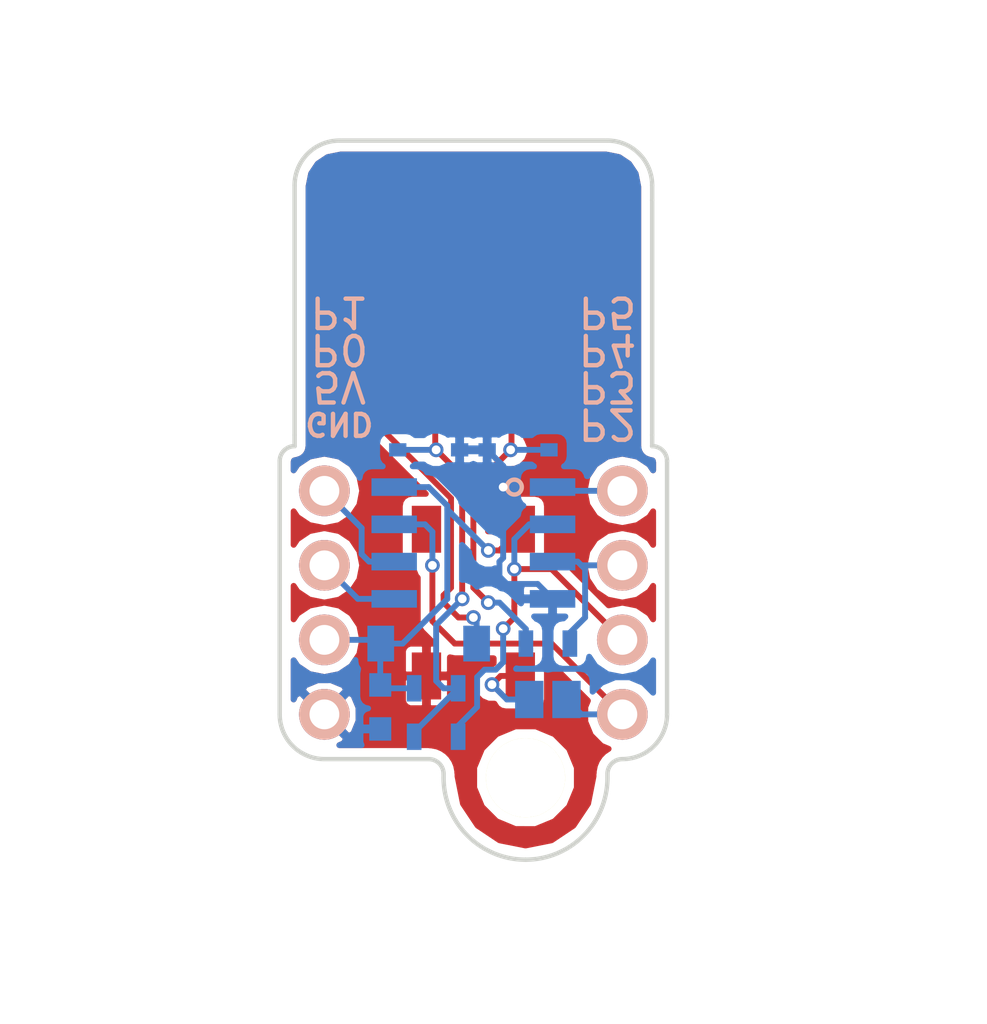
<source format=kicad_pcb>
(kicad_pcb (version 4) (host pcbnew 4.0.2-stable)

  (general
    (links 27)
    (no_connects 0)
    (area 154.610999 86.792999 167.969001 111.454001)
    (thickness 1.6)
    (drawings 36)
    (tracks 112)
    (zones 0)
    (modules 14)
    (nets 14)
  )

  (page A4)
  (title_block
    (title Skye)
    (rev 1.0)
  )

  (layers
    (0 F.Cu signal)
    (31 B.Cu signal)
    (32 B.Adhes user)
    (33 F.Adhes user)
    (34 B.Paste user)
    (35 F.Paste user)
    (36 B.SilkS user)
    (37 F.SilkS user)
    (38 B.Mask user)
    (39 F.Mask user)
    (40 Dwgs.User user)
    (41 Cmts.User user)
    (42 Eco1.User user)
    (43 Eco2.User user)
    (44 Edge.Cuts user)
    (45 Margin user)
    (46 B.CrtYd user)
    (47 F.CrtYd user)
    (48 B.Fab user)
    (49 F.Fab user)
  )

  (setup
    (last_trace_width 0.2)
    (trace_clearance 0.1524)
    (zone_clearance 0.3)
    (zone_45_only no)
    (trace_min 0.1524)
    (segment_width 0.2)
    (edge_width 0.15)
    (via_size 0.5)
    (via_drill 0.3)
    (via_min_size 0.5)
    (via_min_drill 0.3)
    (uvia_size 0.3)
    (uvia_drill 0.1)
    (uvias_allowed no)
    (uvia_min_size 0.2)
    (uvia_min_drill 0.1)
    (pcb_text_width 0.15)
    (pcb_text_size 1 1)
    (mod_edge_width 0.15)
    (mod_text_size 1 1)
    (mod_text_width 0.15)
    (pad_size 1.7272 1.7272)
    (pad_drill 1.016)
    (pad_to_mask_clearance 0.2)
    (aux_axis_origin 0 0)
    (visible_elements FFFFFF7F)
    (pcbplotparams
      (layerselection 0x010fc_80000001)
      (usegerberextensions false)
      (excludeedgelayer true)
      (linewidth 0.100000)
      (plotframeref false)
      (viasonmask false)
      (mode 1)
      (useauxorigin false)
      (hpglpennumber 1)
      (hpglpenspeed 20)
      (hpglpendiameter 15)
      (hpglpenoverlay 2)
      (psnegative false)
      (psa4output false)
      (plotreference true)
      (plotvalue true)
      (plotinvisibletext false)
      (padsonsilk false)
      (subtractmaskfromsilk false)
      (outputformat 1)
      (mirror false)
      (drillshape 0)
      (scaleselection 1)
      (outputdirectory gerber/))
  )

  (net 0 "")
  (net 1 +5V)
  (net 2 GND)
  (net 3 "Net-(D1-Pad2)")
  (net 4 "Net-(IC1-Pad1)")
  (net 5 "Net-(IC1-Pad2)")
  (net 6 "Net-(IC1-Pad3)")
  (net 7 "Net-(IC1-Pad5)")
  (net 8 "Net-(IC1-Pad6)")
  (net 9 "Net-(IC1-Pad7)")
  (net 10 "Net-(JP1-Pad2)")
  (net 11 "Net-(U1-Pad2)")
  (net 12 "Net-(D2-Pad1)")
  (net 13 "Net-(D3-Pad1)")

  (net_class Default "This is the default net class."
    (clearance 0.1524)
    (trace_width 0.2)
    (via_dia 0.5)
    (via_drill 0.3)
    (uvia_dia 0.3)
    (uvia_drill 0.1)
    (add_net +5V)
    (add_net GND)
    (add_net "Net-(D1-Pad2)")
    (add_net "Net-(D2-Pad1)")
    (add_net "Net-(D3-Pad1)")
    (add_net "Net-(IC1-Pad1)")
    (add_net "Net-(IC1-Pad2)")
    (add_net "Net-(IC1-Pad3)")
    (add_net "Net-(IC1-Pad5)")
    (add_net "Net-(IC1-Pad6)")
    (add_net "Net-(IC1-Pad7)")
    (add_net "Net-(JP1-Pad2)")
    (add_net "Net-(U1-Pad2)")
  )

  (module Diodes_SMD:SOD-323 (layer B.Cu) (tedit 577659ED) (tstamp 57723E54)
    (at 162.814 97.409 180)
    (descr SOD-323)
    (tags SOD-323)
    (path /57723E13)
    (attr smd)
    (fp_text reference D3 (at 0 1.524 180) (layer Dwgs.User)
      (effects (font (size 1 1) (thickness 0.15)))
    )
    (fp_text value 3V6 (at 0 0 180) (layer B.Fab)
      (effects (font (size 1 1) (thickness 0.15)) (justify mirror))
    )
    (fp_line (start 0.25 0) (end 0.5 0) (layer Dwgs.User) (width 0.15))
    (fp_line (start -0.25 0) (end -0.5 0) (layer Dwgs.User) (width 0.15))
    (fp_line (start -0.25 0) (end 0.25 0.35) (layer Dwgs.User) (width 0.15))
    (fp_line (start 0.25 0.35) (end 0.25 -0.35) (layer Dwgs.User) (width 0.15))
    (fp_line (start 0.25 -0.35) (end -0.25 0) (layer Dwgs.User) (width 0.15))
    (fp_line (start -0.25 0.35) (end -0.25 -0.35) (layer Dwgs.User) (width 0.15))
    (fp_line (start -1.5 0.95) (end 1.5 0.95) (layer B.CrtYd) (width 0.05))
    (fp_line (start 1.5 0.95) (end 1.5 -0.95) (layer B.CrtYd) (width 0.05))
    (fp_line (start -1.5 -0.95) (end 1.5 -0.95) (layer B.CrtYd) (width 0.05))
    (fp_line (start -1.5 0.95) (end -1.5 -0.95) (layer B.CrtYd) (width 0.05))
    (fp_line (start -1.3 -0.8) (end 1.1 -0.8) (layer Dwgs.User) (width 0.15))
    (fp_line (start -1.3 0.8) (end 1.1 0.8) (layer Dwgs.User) (width 0.15))
    (pad 1 smd rect (at -1.055 0 180) (size 0.59 0.45) (layers B.Cu B.Paste B.Mask)
      (net 13 "Net-(D3-Pad1)"))
    (pad 2 smd rect (at 1.055 0 180) (size 0.59 0.45) (layers B.Cu B.Paste B.Mask)
      (net 2 GND))
    (model Diodes_SMD.3dshapes/TUMD2.wrl
      (at (xyz 0 0 0))
      (scale (xyz 3 2.5 3))
      (rotate (xyz 0 0 180))
    )
  )

  (module Diodes_SMD:SOD-323 (layer B.Cu) (tedit 577659B2) (tstamp 57723E4E)
    (at 159.766 97.409)
    (descr SOD-323)
    (tags SOD-323)
    (path /57723ECC)
    (attr smd)
    (fp_text reference D2 (at 0 -1.524) (layer Dwgs.User)
      (effects (font (size 1 1) (thickness 0.15)))
    )
    (fp_text value 3V6 (at 0 0) (layer B.Fab)
      (effects (font (size 1 1) (thickness 0.15)) (justify mirror))
    )
    (fp_line (start 0.25 0) (end 0.5 0) (layer Dwgs.User) (width 0.15))
    (fp_line (start -0.25 0) (end -0.5 0) (layer Dwgs.User) (width 0.15))
    (fp_line (start -0.25 0) (end 0.25 0.35) (layer Dwgs.User) (width 0.15))
    (fp_line (start 0.25 0.35) (end 0.25 -0.35) (layer Dwgs.User) (width 0.15))
    (fp_line (start 0.25 -0.35) (end -0.25 0) (layer Dwgs.User) (width 0.15))
    (fp_line (start -0.25 0.35) (end -0.25 -0.35) (layer Dwgs.User) (width 0.15))
    (fp_line (start -1.5 0.95) (end 1.5 0.95) (layer B.CrtYd) (width 0.05))
    (fp_line (start 1.5 0.95) (end 1.5 -0.95) (layer B.CrtYd) (width 0.05))
    (fp_line (start -1.5 -0.95) (end 1.5 -0.95) (layer B.CrtYd) (width 0.05))
    (fp_line (start -1.5 0.95) (end -1.5 -0.95) (layer B.CrtYd) (width 0.05))
    (fp_line (start -1.3 -0.8) (end 1.1 -0.8) (layer Dwgs.User) (width 0.15))
    (fp_line (start -1.3 0.8) (end 1.1 0.8) (layer Dwgs.User) (width 0.15))
    (pad 1 smd rect (at -1.055 0) (size 0.59 0.45) (layers B.Cu B.Paste B.Mask)
      (net 12 "Net-(D2-Pad1)"))
    (pad 2 smd rect (at 1.055 0) (size 0.59 0.45) (layers B.Cu B.Paste B.Mask)
      (net 2 GND))
    (model Diodes_SMD.3dshapes/TUMD2.wrl
      (at (xyz 0 0 0))
      (scale (xyz 3 2.5 3))
      (rotate (xyz 0 0 0))
    )
  )

  (module Resistors_SMD:R_0603 (layer B.Cu) (tedit 5762DEC8) (tstamp 57618D54)
    (at 163.83 104.013 180)
    (descr "Resistor SMD 0603, reflow soldering, Vishay (see dcrcw.pdf)")
    (tags "resistor 0603")
    (path /57617846)
    (attr smd)
    (fp_text reference R3 (at 0 0 180) (layer Dwgs.User)
      (effects (font (size 1 1) (thickness 0.15)))
    )
    (fp_text value 66 (at 0 -1.9 180) (layer B.Fab)
      (effects (font (size 1 1) (thickness 0.15)) (justify mirror))
    )
    (fp_line (start -1.3 0.8) (end 1.3 0.8) (layer B.CrtYd) (width 0.05))
    (fp_line (start -1.3 -0.8) (end 1.3 -0.8) (layer B.CrtYd) (width 0.05))
    (fp_line (start -1.3 0.8) (end -1.3 -0.8) (layer B.CrtYd) (width 0.05))
    (fp_line (start 1.3 0.8) (end 1.3 -0.8) (layer B.CrtYd) (width 0.05))
    (fp_line (start 0.5 -0.675) (end -0.5 -0.675) (layer Dwgs.User) (width 0.15))
    (fp_line (start -0.5 0.675) (end 0.5 0.675) (layer Dwgs.User) (width 0.15))
    (pad 1 smd rect (at -0.75 0 180) (size 0.5 0.9) (layers B.Cu B.Paste B.Mask)
      (net 6 "Net-(IC1-Pad3)"))
    (pad 2 smd rect (at 0.75 0 180) (size 0.5 0.9) (layers B.Cu B.Paste B.Mask)
      (net 13 "Net-(D3-Pad1)"))
    (model Resistors_SMD.3dshapes/R_0603.wrl
      (at (xyz 0 0 0))
      (scale (xyz 1 1 1))
      (rotate (xyz 0 0 0))
    )
  )

  (module Connect:GS2 (layer B.Cu) (tedit 5762DEB9) (tstamp 576194FB)
    (at 163.83 105.918 90)
    (descr "Pontet Goute de soudure")
    (path /5761A277)
    (attr virtual)
    (fp_text reference JP1 (at 0 0 180) (layer Dwgs.User)
      (effects (font (size 1 1) (thickness 0.15)))
    )
    (fp_text value JUMPER (at -1.778 0 360) (layer B.Fab)
      (effects (font (size 1 1) (thickness 0.15)) (justify mirror))
    )
    (fp_line (start -0.889 1.27) (end -0.889 -1.27) (layer Dwgs.User) (width 0.15))
    (fp_line (start 0.889 -1.27) (end 0.889 1.27) (layer Dwgs.User) (width 0.15))
    (fp_line (start 0.889 -1.27) (end -0.889 -1.27) (layer Dwgs.User) (width 0.15))
    (fp_line (start -0.889 1.27) (end 0.889 1.27) (layer Dwgs.User) (width 0.15))
    (pad 1 smd rect (at 0 0.635 90) (size 1.27 0.9652) (layers B.Cu B.Paste B.Mask)
      (net 9 "Net-(IC1-Pad7)"))
    (pad 2 smd rect (at 0 -0.635 90) (size 1.27 0.9652) (layers B.Cu B.Paste B.Mask)
      (net 10 "Net-(JP1-Pad2)"))
  )

  (module Resistors_SMD:R_0603 (layer B.Cu) (tedit 5762DEA1) (tstamp 57618D4E)
    (at 160.02 107.188 180)
    (descr "Resistor SMD 0603, reflow soldering, Vishay (see dcrcw.pdf)")
    (tags "resistor 0603")
    (path /576178AE)
    (attr smd)
    (fp_text reference R2 (at 0 0 180) (layer Dwgs.User)
      (effects (font (size 1 1) (thickness 0.15)))
    )
    (fp_text value 66 (at 0 0 180) (layer B.Fab)
      (effects (font (size 1 1) (thickness 0.15)) (justify mirror))
    )
    (fp_line (start -1.3 0.8) (end 1.3 0.8) (layer B.CrtYd) (width 0.05))
    (fp_line (start -1.3 -0.8) (end 1.3 -0.8) (layer B.CrtYd) (width 0.05))
    (fp_line (start -1.3 0.8) (end -1.3 -0.8) (layer B.CrtYd) (width 0.05))
    (fp_line (start 1.3 0.8) (end 1.3 -0.8) (layer B.CrtYd) (width 0.05))
    (fp_line (start 0.5 -0.675) (end -0.5 -0.675) (layer Dwgs.User) (width 0.15))
    (fp_line (start -0.5 0.675) (end 0.5 0.675) (layer Dwgs.User) (width 0.15))
    (pad 1 smd rect (at -0.75 0 180) (size 0.5 0.9) (layers B.Cu B.Paste B.Mask)
      (net 5 "Net-(IC1-Pad2)"))
    (pad 2 smd rect (at 0.75 0 180) (size 0.5 0.9) (layers B.Cu B.Paste B.Mask)
      (net 12 "Net-(D2-Pad1)"))
    (model Resistors_SMD.3dshapes/R_0603.wrl
      (at (xyz 0 0 0))
      (scale (xyz 1 1 1))
      (rotate (xyz 0 0 0))
    )
  )

  (module Capacitors_SMD:C_0603 (layer B.Cu) (tedit 5762DE90) (tstamp 57618D18)
    (at 158.115 106.172 270)
    (descr "Capacitor SMD 0603, reflow soldering, AVX (see smccp.pdf)")
    (tags "capacitor 0603")
    (path /5761A5BC)
    (attr smd)
    (fp_text reference C1 (at 0 0 270) (layer Dwgs.User)
      (effects (font (size 1 1) (thickness 0.15)))
    )
    (fp_text value 1u-5u (at 0 0 270) (layer B.Fab)
      (effects (font (size 1 1) (thickness 0.15)) (justify mirror))
    )
    (fp_line (start -1.45 0.75) (end 1.45 0.75) (layer B.CrtYd) (width 0.05))
    (fp_line (start -1.45 -0.75) (end 1.45 -0.75) (layer B.CrtYd) (width 0.05))
    (fp_line (start -1.45 0.75) (end -1.45 -0.75) (layer B.CrtYd) (width 0.05))
    (fp_line (start 1.45 0.75) (end 1.45 -0.75) (layer B.CrtYd) (width 0.05))
    (fp_line (start -0.35 0.6) (end 0.35 0.6) (layer Dwgs.User) (width 0.15))
    (fp_line (start 0.35 -0.6) (end -0.35 -0.6) (layer Dwgs.User) (width 0.15))
    (pad 1 smd rect (at -0.75 0 270) (size 0.8 0.75) (layers B.Cu B.Paste B.Mask)
      (net 1 +5V))
    (pad 2 smd rect (at 0.75 0 270) (size 0.8 0.75) (layers B.Cu B.Paste B.Mask)
      (net 2 GND))
    (model Capacitors_SMD.3dshapes/C_0603.wrl
      (at (xyz 0 0 0))
      (scale (xyz 1 1 1))
      (rotate (xyz 0 0 0))
    )
  )

  (module Resistors_SMD:R_0603 (layer B.Cu) (tedit 5762DE6D) (tstamp 57618D48)
    (at 160.02 105.537 180)
    (descr "Resistor SMD 0603, reflow soldering, Vishay (see dcrcw.pdf)")
    (tags "resistor 0603")
    (path /5761984C)
    (attr smd)
    (fp_text reference R1 (at 0 0 180) (layer Dwgs.User)
      (effects (font (size 1 1) (thickness 0.15)))
    )
    (fp_text value 1.5k (at 0 0 180) (layer B.Fab)
      (effects (font (size 1 1) (thickness 0.15)) (justify mirror))
    )
    (fp_line (start -1.3 0.8) (end 1.3 0.8) (layer B.CrtYd) (width 0.05))
    (fp_line (start -1.3 -0.8) (end 1.3 -0.8) (layer B.CrtYd) (width 0.05))
    (fp_line (start -1.3 0.8) (end -1.3 -0.8) (layer B.CrtYd) (width 0.05))
    (fp_line (start 1.3 0.8) (end 1.3 -0.8) (layer B.CrtYd) (width 0.05))
    (fp_line (start 0.5 -0.675) (end -0.5 -0.675) (layer Dwgs.User) (width 0.15))
    (fp_line (start -0.5 0.675) (end 0.5 0.675) (layer Dwgs.User) (width 0.15))
    (pad 1 smd rect (at -0.75 0 180) (size 0.5 0.9) (layers B.Cu B.Paste B.Mask)
      (net 12 "Net-(D2-Pad1)"))
    (pad 2 smd rect (at 0.75 0 180) (size 0.5 0.9) (layers B.Cu B.Paste B.Mask)
      (net 1 +5V))
    (model Resistors_SMD.3dshapes/R_0603.wrl
      (at (xyz 0 0 0))
      (scale (xyz 1 1 1))
      (rotate (xyz 0 0 0))
    )
  )

  (module Diodes_SMD:SOD-123 (layer B.Cu) (tedit 5762DE58) (tstamp 57618D1E)
    (at 159.766 104.013)
    (descr SOD-123)
    (tags SOD-123)
    (path /57617CBC)
    (attr smd)
    (fp_text reference D1 (at 0 0) (layer Dwgs.User)
      (effects (font (size 1 1) (thickness 0.15)))
    )
    (fp_text value MBR0520LT (at 0 -3.556) (layer B.Fab)
      (effects (font (size 1 1) (thickness 0.15)) (justify mirror))
    )
    (fp_line (start 0.3175 0) (end 0.6985 0) (layer Dwgs.User) (width 0.15))
    (fp_line (start -0.6985 0) (end -0.3175 0) (layer Dwgs.User) (width 0.15))
    (fp_line (start -0.3175 0) (end 0.3175 0.381) (layer Dwgs.User) (width 0.15))
    (fp_line (start 0.3175 0.381) (end 0.3175 -0.381) (layer Dwgs.User) (width 0.15))
    (fp_line (start 0.3175 -0.381) (end -0.3175 0) (layer Dwgs.User) (width 0.15))
    (fp_line (start -0.3175 0.508) (end -0.3175 -0.508) (layer Dwgs.User) (width 0.15))
    (fp_line (start -2.25 1.05) (end 2.25 1.05) (layer B.CrtYd) (width 0.05))
    (fp_line (start 2.25 1.05) (end 2.25 -1.05) (layer B.CrtYd) (width 0.05))
    (fp_line (start 2.25 -1.05) (end -2.25 -1.05) (layer B.CrtYd) (width 0.05))
    (fp_line (start -2.25 1.05) (end -2.25 -1.05) (layer B.CrtYd) (width 0.05))
    (fp_line (start -2 -0.9) (end 1.54 -0.9) (layer Dwgs.User) (width 0.15))
    (fp_line (start -2 0.9) (end 1.54 0.9) (layer Dwgs.User) (width 0.15))
    (pad 1 smd rect (at -1.635 0) (size 0.91 1.22) (layers B.Cu B.Paste B.Mask)
      (net 1 +5V))
    (pad 2 smd rect (at 1.635 0) (size 0.91 1.22) (layers B.Cu B.Paste B.Mask)
      (net 3 "Net-(D1-Pad2)"))
    (model Diodes_SMD.3dshapes/TUMD2.wrl
      (at (xyz 0 0 0))
      (scale (xyz 5 5 5))
      (rotate (xyz 0 0 0))
    )
  )

  (module Housings_SOIC:SOIC-8_3.9x4.9mm_Pitch1.27mm (layer B.Cu) (tedit 5762DE23) (tstamp 57618D2A)
    (at 161.29 100.584 180)
    (descr "8-Lead Plastic Small Outline (SN) - Narrow, 3.90 mm Body [SOIC] (see Microchip Packaging Specification 00000049BS.pdf)")
    (tags "SOIC 1.27")
    (path /576172FC)
    (attr smd)
    (fp_text reference IC1 (at 0 0 180) (layer Dwgs.User)
      (effects (font (size 1 1) (thickness 0.15)))
    )
    (fp_text value ATTINY85-20SUR (at 5.334 0 270) (layer B.Fab)
      (effects (font (size 1 1) (thickness 0.15)) (justify mirror))
    )
    (fp_circle (center -1.397 1.905) (end -1.143 1.905) (layer B.SilkS) (width 0.15))
    (fp_line (start -3.75 2.75) (end -3.75 -2.75) (layer B.CrtYd) (width 0.05))
    (fp_line (start 3.75 2.75) (end 3.75 -2.75) (layer B.CrtYd) (width 0.05))
    (fp_line (start -3.75 2.75) (end 3.75 2.75) (layer B.CrtYd) (width 0.05))
    (fp_line (start -3.75 -2.75) (end 3.75 -2.75) (layer B.CrtYd) (width 0.05))
    (fp_line (start -2.075 2.575) (end -2.075 2.43) (layer Dwgs.User) (width 0.15))
    (fp_line (start 2.075 2.575) (end 2.075 2.43) (layer Dwgs.User) (width 0.15))
    (fp_line (start 2.075 -2.575) (end 2.075 -2.43) (layer Dwgs.User) (width 0.15))
    (fp_line (start -2.075 -2.575) (end -2.075 -2.43) (layer Dwgs.User) (width 0.15))
    (fp_line (start -2.075 2.575) (end 2.075 2.575) (layer Dwgs.User) (width 0.15))
    (fp_line (start -2.075 -2.575) (end 2.075 -2.575) (layer Dwgs.User) (width 0.15))
    (fp_line (start -2.075 2.43) (end -3.475 2.43) (layer Dwgs.User) (width 0.15))
    (pad 1 smd rect (at -2.7 1.905 180) (size 1.55 0.6) (layers B.Cu B.Paste B.Mask)
      (net 4 "Net-(IC1-Pad1)"))
    (pad 2 smd rect (at -2.7 0.635 180) (size 1.55 0.6) (layers B.Cu B.Paste B.Mask)
      (net 5 "Net-(IC1-Pad2)"))
    (pad 3 smd rect (at -2.7 -0.635 180) (size 1.55 0.6) (layers B.Cu B.Paste B.Mask)
      (net 6 "Net-(IC1-Pad3)"))
    (pad 4 smd rect (at -2.7 -1.905 180) (size 1.55 0.6) (layers B.Cu B.Paste B.Mask)
      (net 2 GND))
    (pad 5 smd rect (at 2.7 -1.905 180) (size 1.55 0.6) (layers B.Cu B.Paste B.Mask)
      (net 7 "Net-(IC1-Pad5)"))
    (pad 6 smd rect (at 2.7 -0.635 180) (size 1.55 0.6) (layers B.Cu B.Paste B.Mask)
      (net 8 "Net-(IC1-Pad6)"))
    (pad 7 smd rect (at 2.7 0.635 180) (size 1.55 0.6) (layers B.Cu B.Paste B.Mask)
      (net 9 "Net-(IC1-Pad7)"))
    (pad 8 smd rect (at 2.7 1.905 180) (size 1.55 0.6) (layers B.Cu B.Paste B.Mask)
      (net 1 +5V))
    (model Housings_SOIC.3dshapes/SOIC-8_3.9x4.9mm_Pitch1.27mm.wrl
      (at (xyz 0 0 0))
      (scale (xyz 1 1 1))
      (rotate (xyz 0 0 0))
    )
  )

  (module LEDs:LED_WS2812B-PLCC4 (layer F.Cu) (tedit 5762DDDD) (tstamp 57619512)
    (at 161.29 102.616 270)
    (descr http://www.world-semi.com/uploads/soft/150522/1-150522091P5.pdf)
    (tags "LED NeoPixel")
    (path /5761A15E)
    (attr smd)
    (fp_text reference U1 (at 0 0 450) (layer Dwgs.User)
      (effects (font (size 1 1) (thickness 0.15)))
    )
    (fp_text value WS2812 (at 0 0 270) (layer F.Fab)
      (effects (font (size 1 1) (thickness 0.15)))
    )
    (fp_line (start 3.75 -2.85) (end -3.75 -2.85) (layer F.CrtYd) (width 0.05))
    (fp_line (start 3.75 2.85) (end 3.75 -2.85) (layer F.CrtYd) (width 0.05))
    (fp_line (start -3.75 2.85) (end 3.75 2.85) (layer F.CrtYd) (width 0.05))
    (fp_line (start -3.75 -2.85) (end -3.75 2.85) (layer F.CrtYd) (width 0.05))
    (fp_line (start 2.5 1.5) (end 1.5 2.5) (layer Dwgs.User) (width 0.1))
    (fp_line (start -2.5 -2.5) (end -2.5 2.5) (layer Dwgs.User) (width 0.1))
    (fp_line (start -2.5 2.5) (end 2.5 2.5) (layer Dwgs.User) (width 0.1))
    (fp_line (start 2.5 2.5) (end 2.5 -2.5) (layer Dwgs.User) (width 0.1))
    (fp_line (start 2.5 -2.5) (end -2.5 -2.5) (layer Dwgs.User) (width 0.1))
    (fp_line (start -3.5 -2.6) (end 3.5 -2.6) (layer Dwgs.User) (width 0.15))
    (fp_line (start -3.5 2.6) (end 3.5 2.6) (layer Dwgs.User) (width 0.15))
    (fp_line (start 3.5 2.6) (end 3.5 1.6) (layer Dwgs.User) (width 0.15))
    (fp_circle (center 0 0) (end 0 -2) (layer Dwgs.User) (width 0.1))
    (pad 3 smd rect (at 2.5 1.6 270) (size 1.6 1) (layers F.Cu F.Paste F.Mask)
      (net 2 GND))
    (pad 4 smd rect (at 2.5 -1.6 270) (size 1.6 1) (layers F.Cu F.Paste F.Mask)
      (net 10 "Net-(JP1-Pad2)"))
    (pad 2 smd rect (at -2.5 1.6 270) (size 1.6 1) (layers F.Cu F.Paste F.Mask)
      (net 11 "Net-(U1-Pad2)"))
    (pad 1 smd rect (at -2.5 -1.6 270) (size 1.6 1) (layers F.Cu F.Paste F.Mask)
      (net 1 +5V))
    (model /home/ambrosechua/Documents/skye/hardware/LED_WS2812B-PLCC4.wrl
      (at (xyz 0 0 0.004))
      (scale (xyz 0.385 0.385 0.385))
      (rotate (xyz 0 0 180))
    )
  )

  (module Pin_Headers:Pin_Header_Straight_1x04 (layer B.Cu) (tedit 5762DDBB) (tstamp 57619590)
    (at 166.37 106.426)
    (descr "Through hole pin header")
    (tags "pin header")
    (path /57618CB5)
    (fp_text reference P2 (at 0 1.524) (layer Dwgs.User)
      (effects (font (size 1 1) (thickness 0.15)))
    )
    (fp_text value IO (at 0 3.1) (layer B.Fab)
      (effects (font (size 1 1) (thickness 0.15)) (justify mirror))
    )
    (fp_line (start -1.75 1.75) (end -1.75 -9.4) (layer B.CrtYd) (width 0.05))
    (fp_line (start 1.75 1.75) (end 1.75 -9.4) (layer B.CrtYd) (width 0.05))
    (fp_line (start -1.75 1.75) (end 1.75 1.75) (layer B.CrtYd) (width 0.05))
    (fp_line (start -1.75 -9.4) (end 1.75 -9.4) (layer B.CrtYd) (width 0.05))
    (fp_line (start -1.27 -1.27) (end -1.27 -8.89) (layer Dwgs.User) (width 0.15))
    (fp_line (start 1.27 -1.27) (end 1.27 -8.89) (layer Dwgs.User) (width 0.15))
    (fp_line (start 1.55 1.55) (end 1.55 0) (layer Dwgs.User) (width 0.15))
    (fp_line (start -1.27 -8.89) (end 1.27 -8.89) (layer Dwgs.User) (width 0.15))
    (fp_line (start 1.27 -1.27) (end -1.27 -1.27) (layer Dwgs.User) (width 0.15))
    (fp_line (start -1.55 0) (end -1.55 1.55) (layer Dwgs.User) (width 0.15))
    (fp_line (start -1.55 1.55) (end 1.55 1.55) (layer Dwgs.User) (width 0.15))
    (pad 1 thru_hole circle (at 0 0) (size 1.7272 1.7272) (drill 1.016) (layers *.Cu *.Mask B.SilkS)
      (net 9 "Net-(IC1-Pad7)"))
    (pad 2 thru_hole oval (at 0 -2.54) (size 1.7272 1.7272) (drill 1.016) (layers *.Cu *.Mask B.SilkS)
      (net 5 "Net-(IC1-Pad2)"))
    (pad 3 thru_hole oval (at 0 -5.08) (size 1.7272 1.7272) (drill 1.016) (layers *.Cu *.Mask B.SilkS)
      (net 6 "Net-(IC1-Pad3)"))
    (pad 4 thru_hole oval (at 0 -7.62) (size 1.7272 1.7272) (drill 1.016) (layers *.Cu *.Mask B.SilkS)
      (net 4 "Net-(IC1-Pad1)"))
    (model Pin_Headers.3dshapes/Pin_Header_Straight_1x04.wrl
      (at (xyz 0 -0.15 0))
      (scale (xyz 0 0 0))
      (rotate (xyz 0 0 90))
    )
  )

  (module Pin_Headers:Pin_Header_Straight_1x04 (layer B.Cu) (tedit 5762DD7B) (tstamp 57619588)
    (at 156.21 106.426)
    (descr "Through hole pin header")
    (tags "pin header")
    (path /57617EC9)
    (fp_text reference P1 (at 0 1.524) (layer Dwgs.User)
      (effects (font (size 1 1) (thickness 0.15)))
    )
    (fp_text value IO (at 0 3.1) (layer B.Fab)
      (effects (font (size 1 1) (thickness 0.15)) (justify mirror))
    )
    (fp_line (start -1.75 1.75) (end -1.75 -9.4) (layer B.CrtYd) (width 0.05))
    (fp_line (start 1.75 1.75) (end 1.75 -9.4) (layer B.CrtYd) (width 0.05))
    (fp_line (start -1.75 1.75) (end 1.75 1.75) (layer B.CrtYd) (width 0.05))
    (fp_line (start -1.75 -9.4) (end 1.75 -9.4) (layer B.CrtYd) (width 0.05))
    (fp_line (start -1.27 -1.27) (end -1.27 -8.89) (layer Dwgs.User) (width 0.15))
    (fp_line (start 1.27 -1.27) (end 1.27 -8.89) (layer Dwgs.User) (width 0.15))
    (fp_line (start 1.55 1.55) (end 1.55 0) (layer Dwgs.User) (width 0.15))
    (fp_line (start -1.27 -8.89) (end 1.27 -8.89) (layer Dwgs.User) (width 0.15))
    (fp_line (start 1.27 -1.27) (end -1.27 -1.27) (layer Dwgs.User) (width 0.15))
    (fp_line (start -1.55 0) (end -1.55 1.55) (layer Dwgs.User) (width 0.15))
    (fp_line (start -1.55 1.55) (end 1.55 1.55) (layer Dwgs.User) (width 0.15))
    (pad 1 thru_hole circle (at 0 0) (size 1.7272 1.7272) (drill 1.016) (layers *.Cu *.Mask B.SilkS)
      (net 2 GND))
    (pad 2 thru_hole oval (at 0 -2.54) (size 1.7272 1.7272) (drill 1.016) (layers *.Cu *.Mask B.SilkS)
      (net 1 +5V))
    (pad 3 thru_hole oval (at 0 -5.08) (size 1.7272 1.7272) (drill 1.016) (layers *.Cu *.Mask B.SilkS)
      (net 7 "Net-(IC1-Pad5)"))
    (pad 4 thru_hole oval (at 0 -7.62) (size 1.7272 1.7272) (drill 1.016) (layers *.Cu *.Mask B.SilkS)
      (net 8 "Net-(IC1-Pad6)"))
    (model Pin_Headers.3dshapes/Pin_Header_Straight_1x04.wrl
      (at (xyz 0 -0.15 0))
      (scale (xyz 0 0 0))
      (rotate (xyz 0 0 90))
    )
  )

  (module usb-PCB:usb-PCB (layer F.Cu) (tedit 542BB0AF) (tstamp 57628562)
    (at 161.29 87.249 180)
    (path /57249F9D)
    (attr virtual)
    (fp_text reference P3 (at 0.13 -7.85 180) (layer F.SilkS) hide
      (effects (font (size 1 1) (thickness 0.15)))
    )
    (fp_text value USB_A (at 0.29 -10.13 180) (layer F.SilkS) hide
      (effects (font (size 1 1) (thickness 0.15)))
    )
    (fp_line (start 6.03 0) (end 6.03 -12) (layer Dwgs.User) (width 0.15))
    (fp_line (start 6.03 0) (end -6.03 0) (layer Dwgs.User) (width 0.15))
    (fp_line (start -6.03 0) (end -6.03 -12) (layer Dwgs.User) (width 0.15))
    (pad 1 connect rect (at 3.81 -4.9 180) (size 1.9 8) (layers F.Cu F.Mask)
      (net 3 "Net-(D1-Pad2)"))
    (pad 4 connect rect (at -3.81 -4.9 180) (size 1.9 8) (layers F.Cu F.Mask)
      (net 2 GND))
    (pad 3 connect rect (at -1.3 -5.15 180) (size 2 7.5) (layers F.Cu F.Mask)
      (net 13 "Net-(D3-Pad1)"))
    (pad 2 connect rect (at 1.3 -5.15 180) (size 2 7.5) (layers F.Cu F.Mask)
      (net 12 "Net-(D2-Pad1)"))
  )

  (module Mounting_Holes:MountingHole_2.7mm_M2.5 (layer F.Cu) (tedit 56D1B4CB) (tstamp 576198A0)
    (at 163.068 108.585 90)
    (descr "Mounting Hole 2.7mm, no annular, M2.5")
    (tags "mounting hole 2.7mm no annular m2.5")
    (fp_text reference "" (at 0 -3.7 90) (layer F.SilkS)
      (effects (font (size 1 1) (thickness 0.15)))
    )
    (fp_text value "" (at 0 3.7 90) (layer F.Fab)
      (effects (font (size 1 1) (thickness 0.15)))
    )
    (fp_circle (center 0 0) (end 2.7 0) (layer Cmts.User) (width 0.15))
    (fp_circle (center 0 0) (end 2.95 0) (layer F.CrtYd) (width 0.05))
    (pad 1 np_thru_hole circle (at 0 0 90) (size 2.7 2.7) (drill 2.7) (layers *.Cu *.Mask F.SilkS))
  )

  (dimension 9.779 (width 0.15) (layer Dwgs.User)
    (gr_text "9.779 mm" (at 176.949 91.7575 90) (layer Dwgs.User)
      (effects (font (size 1 1) (thickness 0.15)))
    )
    (feature1 (pts (xy 161.29 86.868) (xy 177.749 86.868)))
    (feature2 (pts (xy 161.29 96.647) (xy 177.749 96.647)))
    (crossbar (pts (xy 176.149 96.647) (xy 176.149 86.868)))
    (arrow1a (pts (xy 176.149 86.868) (xy 176.735421 87.994504)))
    (arrow1b (pts (xy 176.149 86.868) (xy 175.562579 87.994504)))
    (arrow2a (pts (xy 176.149 96.647) (xy 176.735421 95.520496)))
    (arrow2b (pts (xy 176.149 96.647) (xy 175.562579 95.520496)))
  )
  (dimension 10.668 (width 0.15) (layer Dwgs.User)
    (gr_text "10.668 mm" (at 171.742 102.616 270) (layer Dwgs.User)
      (effects (font (size 1 1) (thickness 0.15)))
    )
    (feature1 (pts (xy 167.894 107.95) (xy 172.542 107.95)))
    (feature2 (pts (xy 167.894 97.282) (xy 172.542 97.282)))
    (crossbar (pts (xy 170.942 97.282) (xy 170.942 107.95)))
    (arrow1a (pts (xy 170.942 107.95) (xy 170.355579 106.823496)))
    (arrow1b (pts (xy 170.942 107.95) (xy 171.528421 106.823496)))
    (arrow2a (pts (xy 170.942 97.282) (xy 170.355579 98.408504)))
    (arrow2b (pts (xy 170.942 97.282) (xy 171.528421 98.408504)))
  )
  (dimension 13.208 (width 0.15) (layer Dwgs.User)
    (gr_text "13.208 mm" (at 161.29 117.132) (layer Dwgs.User)
      (effects (font (size 1 1) (thickness 0.15)))
    )
    (feature1 (pts (xy 167.894 111.252) (xy 167.894 117.932)))
    (feature2 (pts (xy 154.686 111.252) (xy 154.686 117.932)))
    (crossbar (pts (xy 154.686 116.332) (xy 167.894 116.332)))
    (arrow1a (pts (xy 167.894 116.332) (xy 166.767496 116.918421)))
    (arrow1b (pts (xy 167.894 116.332) (xy 166.767496 115.745579)))
    (arrow2a (pts (xy 154.686 116.332) (xy 155.812504 116.918421)))
    (arrow2b (pts (xy 154.686 116.332) (xy 155.812504 115.745579)))
  )
  (dimension 24.384 (width 0.15) (layer Dwgs.User)
    (gr_text "24.384 mm" (at 149.314 99.06 270) (layer Dwgs.User)
      (effects (font (size 1 1) (thickness 0.15)))
    )
    (feature1 (pts (xy 154.686 111.252) (xy 148.514 111.252)))
    (feature2 (pts (xy 154.686 86.868) (xy 148.514 86.868)))
    (crossbar (pts (xy 150.114 86.868) (xy 150.114 111.252)))
    (arrow1a (pts (xy 150.114 111.252) (xy 149.527579 110.125496)))
    (arrow1b (pts (xy 150.114 111.252) (xy 150.700421 110.125496)))
    (arrow2a (pts (xy 150.114 86.868) (xy 149.527579 87.994504)))
    (arrow2b (pts (xy 150.114 86.868) (xy 150.700421 87.994504)))
  )
  (dimension 10.414 (width 0.15) (layer Dwgs.User)
    (gr_text "10.414 mm" (at 171.742 92.075 270) (layer Dwgs.User)
      (effects (font (size 1 1) (thickness 0.15)))
    )
    (feature1 (pts (xy 167.386 97.282) (xy 172.542 97.282)))
    (feature2 (pts (xy 167.386 86.868) (xy 172.542 86.868)))
    (crossbar (pts (xy 170.942 86.868) (xy 170.942 97.282)))
    (arrow1a (pts (xy 170.942 97.282) (xy 170.355579 96.155496)))
    (arrow1b (pts (xy 170.942 97.282) (xy 171.528421 96.155496)))
    (arrow2a (pts (xy 170.942 86.868) (xy 170.355579 87.994504)))
    (arrow2b (pts (xy 170.942 86.868) (xy 171.528421 87.994504)))
  )
  (dimension 12.192 (width 0.15) (layer Dwgs.User)
    (gr_text "12.192 mm" (at 161.29 83.274) (layer Dwgs.User)
      (effects (font (size 1 1) (thickness 0.15)))
    )
    (feature1 (pts (xy 167.386 86.868) (xy 167.386 82.474)))
    (feature2 (pts (xy 155.194 86.868) (xy 155.194 82.474)))
    (crossbar (pts (xy 155.194 84.074) (xy 167.386 84.074)))
    (arrow1a (pts (xy 167.386 84.074) (xy 166.259496 84.660421)))
    (arrow1b (pts (xy 167.386 84.074) (xy 166.259496 83.487579)))
    (arrow2a (pts (xy 155.194 84.074) (xy 156.320504 84.660421)))
    (arrow2b (pts (xy 155.194 84.074) (xy 156.320504 83.487579)))
  )
  (gr_arc (start 167.386 97.79) (end 167.386 97.282) (angle 90) (layer Edge.Cuts) (width 0.15))
  (gr_line (start 167.386 88.392) (end 167.386 88.9) (angle 90) (layer Edge.Cuts) (width 0.15))
  (gr_line (start 167.386 96.901) (end 167.386 88.9) (angle 90) (layer Edge.Cuts) (width 0.15))
  (gr_line (start 167.386 96.901) (end 167.386 97.282) (angle 90) (layer Edge.Cuts) (width 0.15))
  (gr_arc (start 166.37 108.458) (end 165.862 108.458) (angle 90) (layer Edge.Cuts) (width 0.15))
  (gr_text P5 (at 165.862 92.71 180) (layer B.SilkS)
    (effects (font (size 1 1) (thickness 0.15)) (justify mirror))
  )
  (gr_text P4 (at 165.862 93.98 180) (layer B.SilkS)
    (effects (font (size 1 1) (thickness 0.15)) (justify mirror))
  )
  (gr_text P3 (at 165.862 95.25 180) (layer B.SilkS)
    (effects (font (size 1 1) (thickness 0.15)) (justify mirror))
  )
  (gr_text P2 (at 165.862 96.52 180) (layer B.SilkS)
    (effects (font (size 1 1) (thickness 0.15)) (justify mirror))
  )
  (gr_text P1 (at 156.718 92.71 180) (layer B.SilkS)
    (effects (font (size 1 1) (thickness 0.15)) (justify mirror))
  )
  (gr_text P0 (at 156.718 93.98 180) (layer B.SilkS)
    (effects (font (size 1 1) (thickness 0.15)) (justify mirror))
  )
  (gr_text 5V (at 156.718 95.25 180) (layer B.SilkS)
    (effects (font (size 1 1) (thickness 0.15)) (justify mirror))
  )
  (gr_text "GND\n" (at 156.718 96.52 180) (layer B.SilkS)
    (effects (font (size 0.75 0.75) (thickness 0.15)) (justify mirror))
  )
  (gr_line (start 167.894 106.426) (end 167.894 97.79) (angle 90) (layer Edge.Cuts) (width 0.15))
  (gr_line (start 154.686 97.79) (end 154.686 106.426) (angle 90) (layer Edge.Cuts) (width 0.15))
  (gr_line (start 155.194 96.901) (end 155.194 97.282) (angle 90) (layer Edge.Cuts) (width 0.15))
  (gr_arc (start 155.194 97.79) (end 154.686 97.79) (angle 90) (layer Edge.Cuts) (width 0.15))
  (gr_line (start 155.194 88.392) (end 155.194 96.901) (angle 90) (layer Edge.Cuts) (width 0.15))
  (gr_line (start 165.862 86.868) (end 156.718 86.868) (angle 90) (layer Edge.Cuts) (width 0.15))
  (gr_arc (start 156.718 88.392) (end 155.194 88.392) (angle 90) (layer Edge.Cuts) (width 0.15))
  (gr_line (start 159.766 107.95) (end 156.21 107.95) (angle 90) (layer Edge.Cuts) (width 0.15))
  (gr_arc (start 156.21 106.426) (end 156.21 107.95) (angle 90) (layer Edge.Cuts) (width 0.15))
  (gr_line (start 160.274 108.458) (end 160.274 108.585) (angle 90) (layer Edge.Cuts) (width 0.15))
  (gr_line (start 165.862 108.458) (end 165.862 108.585) (angle 90) (layer Edge.Cuts) (width 0.15))
  (gr_arc (start 159.766 108.458) (end 159.766 107.95) (angle 90) (layer Edge.Cuts) (width 0.15))
  (gr_arc (start 163.068 108.585) (end 163.068 111.379) (angle 90) (layer Edge.Cuts) (width 0.15))
  (gr_arc (start 163.068 108.585) (end 165.862 108.585) (angle 90) (layer Edge.Cuts) (width 0.15))
  (gr_arc (start 165.862 88.392) (end 165.862 86.868) (angle 90) (layer Edge.Cuts) (width 0.15))
  (gr_arc (start 166.37 106.426) (end 167.894 106.426) (angle 90) (layer Edge.Cuts) (width 0.15))
  (gr_text "Skye v1" (at 161.29 89.662 180) (layer B.Mask)
    (effects (font (size 1.2 1.2) (thickness 0.2) italic) (justify mirror))
  )

  (segment (start 162.89 100.116) (end 162.89 100.127) (width 0.2) (layer F.Cu) (net 1))
  (segment (start 162.89 100.127) (end 162.179 100.838) (width 0.2) (layer F.Cu) (net 1) (tstamp 577251E8))
  (segment (start 162.179 100.838) (end 161.798 100.838) (width 0.2) (layer F.Cu) (net 1) (tstamp 577251EF))
  (via (at 161.798 100.838) (size 0.5) (drill 0.3) (layers F.Cu B.Cu) (net 1))
  (segment (start 161.798 100.838) (end 160.401 99.441) (width 0.2) (layer B.Cu) (net 1) (tstamp 577251F8))
  (segment (start 160.401 99.441) (end 160.401 99.314) (width 0.2) (layer B.Cu) (net 1) (tstamp 577251F9))
  (segment (start 158.131 104.013) (end 158.877 104.013) (width 0.2) (layer B.Cu) (net 1))
  (segment (start 159.766 98.679) (end 158.59 98.679) (width 0.2) (layer B.Cu) (net 1) (tstamp 57724B78))
  (segment (start 160.401 99.314) (end 159.766 98.679) (width 0.2) (layer B.Cu) (net 1) (tstamp 57724B72))
  (segment (start 160.401 102.489) (end 160.401 99.314) (width 0.2) (layer B.Cu) (net 1) (tstamp 57724B70))
  (segment (start 158.877 104.013) (end 160.401 102.489) (width 0.2) (layer B.Cu) (net 1) (tstamp 57724B6D))
  (segment (start 156.21 103.886) (end 158.004 103.886) (width 0.2) (layer B.Cu) (net 1))
  (segment (start 158.004 103.886) (end 158.131 104.013) (width 0.2) (layer B.Cu) (net 1) (tstamp 57724A64))
  (segment (start 158.115 105.422) (end 158.115 104.029) (width 0.2) (layer B.Cu) (net 1))
  (segment (start 158.115 104.029) (end 158.131 104.013) (width 0.2) (layer B.Cu) (net 1) (tstamp 57724A5D))
  (segment (start 159.27 105.537) (end 158.23 105.537) (width 0.2) (layer B.Cu) (net 1))
  (segment (start 158.23 105.537) (end 158.115 105.422) (width 0.2) (layer B.Cu) (net 1) (tstamp 57724A5A))
  (segment (start 162.306 98.679) (end 162.306 101.092) (width 0.2) (layer B.Cu) (net 2))
  (segment (start 161.759 97.409) (end 162.306 97.956) (width 0.2) (layer B.Cu) (net 2) (tstamp 57724FD4))
  (segment (start 162.306 98.679) (end 162.306 97.956) (width 0.2) (layer B.Cu) (net 2) (tstamp 5772504B))
  (via (at 162.306 98.679) (size 0.5) (drill 0.3) (layers F.Cu B.Cu) (net 2))
  (segment (start 163.482 101.981) (end 163.99 102.489) (width 0.2) (layer B.Cu) (net 2) (tstamp 57725104))
  (segment (start 162.433 101.981) (end 163.482 101.981) (width 0.2) (layer B.Cu) (net 2) (tstamp 57725101))
  (segment (start 162.179 101.727) (end 162.433 101.981) (width 0.2) (layer B.Cu) (net 2) (tstamp 57725100))
  (segment (start 162.179 101.219) (end 162.179 101.727) (width 0.2) (layer B.Cu) (net 2) (tstamp 577250FC))
  (segment (start 162.306 101.092) (end 162.179 101.219) (width 0.2) (layer B.Cu) (net 2) (tstamp 577250F7))
  (segment (start 160.274 102.616) (end 160.782 103.124) (width 0.2) (layer F.Cu) (net 3))
  (segment (start 160.528 102.108) (end 160.274 102.362) (width 0.2) (layer F.Cu) (net 3) (tstamp 57724E2F))
  (segment (start 160.274 102.362) (end 160.274 102.616) (width 0.2) (layer F.Cu) (net 3) (tstamp 57724E37))
  (via (at 161.29 103.124) (size 0.5) (drill 0.3) (layers F.Cu B.Cu) (net 3))
  (segment (start 161.29 103.124) (end 161.401 103.235) (width 0.2) (layer B.Cu) (net 3) (tstamp 57724E4C))
  (segment (start 161.401 104.013) (end 161.401 103.235) (width 0.2) (layer B.Cu) (net 3) (tstamp 57724E4D))
  (segment (start 160.528 99.06) (end 160.528 100.33) (width 0.2) (layer F.Cu) (net 3) (tstamp 577249F3))
  (segment (start 160.528 99.06) (end 157.48 96.012) (width 0.2) (layer F.Cu) (net 3) (tstamp 577249F0))
  (segment (start 160.528 100.33) (end 160.528 102.108) (width 0.2) (layer F.Cu) (net 3))
  (segment (start 160.782 103.124) (end 161.29 103.124) (width 0.2) (layer F.Cu) (net 3) (tstamp 57724E70))
  (segment (start 157.48 92.149) (end 157.48 96.012) (width 0.2) (layer F.Cu) (net 3))
  (segment (start 166.37 98.806) (end 164.117 98.806) (width 0.2) (layer B.Cu) (net 4) (status 30))
  (segment (start 164.117 98.806) (end 163.99 98.679) (width 0.2) (layer B.Cu) (net 4) (tstamp 57724973) (status 30))
  (segment (start 161.417 105.664) (end 161.417 105.156) (width 0.2) (layer B.Cu) (net 5))
  (segment (start 162.687 101.473) (end 162.687 102.743) (width 0.2) (layer F.Cu) (net 5) (tstamp 57725173))
  (segment (start 162.687 103.124) (end 162.306 103.505) (width 0.2) (layer F.Cu) (net 5) (tstamp 57725275))
  (via (at 162.306 103.505) (size 0.5) (drill 0.3) (layers F.Cu B.Cu) (net 5))
  (segment (start 161.417 106.172) (end 160.77 106.819) (width 0.2) (layer B.Cu) (net 5) (tstamp 5772513C))
  (segment (start 161.417 106.172) (end 161.417 105.664) (width 0.2) (layer B.Cu) (net 5) (tstamp 5772513D))
  (segment (start 162.306 104.648) (end 162.306 103.505) (width 0.2) (layer B.Cu) (net 5) (tstamp 57725140))
  (segment (start 162.687 102.743) (end 162.687 103.124) (width 0.2) (layer F.Cu) (net 5))
  (segment (start 162.052 104.902) (end 162.306 104.648) (width 0.2) (layer B.Cu) (net 5) (tstamp 5772530D))
  (segment (start 161.671 104.902) (end 162.052 104.902) (width 0.2) (layer B.Cu) (net 5) (tstamp 5772530A))
  (segment (start 161.417 105.156) (end 161.671 104.902) (width 0.2) (layer B.Cu) (net 5) (tstamp 57725309))
  (segment (start 162.687 101.473) (end 163.957 101.473) (width 0.2) (layer F.Cu) (net 5))
  (segment (start 163.957 101.473) (end 166.37 103.886) (width 0.2) (layer F.Cu) (net 5) (tstamp 57725289))
  (segment (start 163.99 99.949) (end 163.195 99.949) (width 0.2) (layer B.Cu) (net 5))
  (via (at 162.687 101.473) (size 0.5) (drill 0.3) (layers F.Cu B.Cu) (net 5))
  (segment (start 162.687 100.457) (end 162.687 101.473) (width 0.2) (layer B.Cu) (net 5) (tstamp 57725169))
  (segment (start 163.195 99.949) (end 162.687 100.457) (width 0.2) (layer B.Cu) (net 5) (tstamp 57725165))
  (segment (start 160.77 107.188) (end 160.77 106.819) (width 0.2) (layer B.Cu) (net 5))
  (segment (start 166.37 101.346) (end 164.973 101.346) (width 0.2) (layer B.Cu) (net 6))
  (segment (start 164.58 104.013) (end 164.58 103.644) (width 0.2) (layer B.Cu) (net 6))
  (segment (start 164.58 103.644) (end 165.1 103.124) (width 0.2) (layer B.Cu) (net 6) (tstamp 57724EDB))
  (segment (start 165.1 103.124) (end 165.1 101.473) (width 0.2) (layer B.Cu) (net 6) (tstamp 57724EDD))
  (segment (start 165.1 101.473) (end 164.973 101.346) (width 0.2) (layer B.Cu) (net 6) (tstamp 57724EE1))
  (segment (start 164.973 101.346) (end 164.846 101.219) (width 0.2) (layer B.Cu) (net 6) (tstamp 57724EF8))
  (segment (start 164.846 101.219) (end 163.99 101.219) (width 0.2) (layer B.Cu) (net 6) (tstamp 57724EE6))
  (segment (start 158.59 102.489) (end 157.353 102.489) (width 0.2) (layer B.Cu) (net 7))
  (segment (start 157.353 102.489) (end 156.21 101.346) (width 0.2) (layer B.Cu) (net 7) (tstamp 57724992))
  (segment (start 156.21 98.806) (end 157.48 100.076) (width 0.2) (layer B.Cu) (net 8))
  (segment (start 157.734 101.219) (end 158.59 101.219) (width 0.2) (layer B.Cu) (net 8) (tstamp 577249A2))
  (segment (start 157.48 100.965) (end 157.734 101.219) (width 0.2) (layer B.Cu) (net 8) (tstamp 5772499F))
  (segment (start 157.48 100.076) (end 157.48 100.965) (width 0.2) (layer B.Cu) (net 8) (tstamp 5772499C))
  (segment (start 159.893 101.346) (end 159.893 103.251) (width 0.2) (layer F.Cu) (net 9))
  (via (at 159.893 101.346) (size 0.5) (drill 0.3) (layers F.Cu B.Cu) (net 9))
  (segment (start 159.893 100.203) (end 159.893 101.346) (width 0.2) (layer B.Cu) (net 9) (tstamp 57724B31))
  (segment (start 159.639 99.949) (end 159.893 100.203) (width 0.2) (layer B.Cu) (net 9) (tstamp 57724B2A))
  (segment (start 158.59 99.949) (end 159.639 99.949) (width 0.2) (layer B.Cu) (net 9))
  (segment (start 163.957 104.013) (end 166.37 106.426) (width 0.2) (layer F.Cu) (net 9) (tstamp 57724D34))
  (segment (start 160.655 104.013) (end 163.957 104.013) (width 0.2) (layer F.Cu) (net 9) (tstamp 57724D2E))
  (segment (start 159.893 103.251) (end 160.655 104.013) (width 0.2) (layer F.Cu) (net 9) (tstamp 57724D2D))
  (segment (start 166.37 106.426) (end 164.973 106.426) (width 0.2) (layer B.Cu) (net 9))
  (segment (start 164.973 106.426) (end 164.465 105.918) (width 0.2) (layer B.Cu) (net 9) (tstamp 57724A9A))
  (segment (start 162.89 105.116) (end 162.219 105.116) (width 0.2) (layer F.Cu) (net 10))
  (segment (start 162.433 105.918) (end 163.195 105.918) (width 0.2) (layer B.Cu) (net 10) (tstamp 5772532B))
  (segment (start 161.925 105.41) (end 162.433 105.918) (width 0.2) (layer B.Cu) (net 10) (tstamp 5772532A))
  (via (at 161.925 105.41) (size 0.5) (drill 0.3) (layers F.Cu B.Cu) (net 10))
  (segment (start 162.219 105.116) (end 161.925 105.41) (width 0.2) (layer F.Cu) (net 10) (tstamp 57725327))
  (segment (start 160.77 105.537) (end 160.274 105.537) (width 0.2) (layer B.Cu) (net 12))
  (segment (start 160.909 98.298) (end 160.909 100.076) (width 0.2) (layer F.Cu) (net 12) (tstamp 57724A04))
  (segment (start 160.909 98.298) (end 159.99 97.379) (width 0.2) (layer F.Cu) (net 12) (tstamp 577249F9))
  (segment (start 160.909 102.489) (end 160.909 100.076) (width 0.2) (layer F.Cu) (net 12) (tstamp 57724DEB))
  (via (at 160.909 102.489) (size 0.5) (drill 0.3) (layers F.Cu B.Cu) (net 12))
  (segment (start 160.02 103.378) (end 160.909 102.489) (width 0.2) (layer B.Cu) (net 12) (tstamp 57724DE2))
  (segment (start 160.02 105.283) (end 160.02 103.378) (width 0.2) (layer B.Cu) (net 12) (tstamp 57724DE0))
  (segment (start 160.274 105.537) (end 160.02 105.283) (width 0.2) (layer B.Cu) (net 12) (tstamp 57724DDE))
  (segment (start 158.711 97.409) (end 160.02 97.409) (width 0.2) (layer B.Cu) (net 12))
  (segment (start 160.02 97.409) (end 159.99 97.379) (width 0.2) (layer F.Cu) (net 12) (tstamp 57724B8A))
  (via (at 160.02 97.409) (size 0.5) (drill 0.3) (layers F.Cu B.Cu) (net 12))
  (segment (start 159.27 107.188) (end 159.27 107.037) (width 0.2) (layer B.Cu) (net 12))
  (segment (start 159.27 107.037) (end 160.77 105.537) (width 0.2) (layer B.Cu) (net 12) (tstamp 57724A57))
  (segment (start 159.99 92.399) (end 159.99 97.379) (width 0.2) (layer F.Cu) (net 12))
  (segment (start 163.08 104.013) (end 163.08 103.517) (width 0.2) (layer B.Cu) (net 13))
  (segment (start 161.29 102.108) (end 161.29 100.457) (width 0.2) (layer F.Cu) (net 13) (tstamp 57724F0E))
  (segment (start 161.798 102.616) (end 161.29 102.108) (width 0.2) (layer F.Cu) (net 13) (tstamp 577252AC))
  (via (at 161.798 102.616) (size 0.5) (drill 0.3) (layers F.Cu B.Cu) (net 13))
  (segment (start 162.179 102.616) (end 161.798 102.616) (width 0.2) (layer B.Cu) (net 13) (tstamp 577252A6))
  (segment (start 163.08 103.517) (end 162.179 102.616) (width 0.2) (layer B.Cu) (net 13) (tstamp 577252A4))
  (segment (start 163.869 97.409) (end 162.56 97.409) (width 0.2) (layer B.Cu) (net 13))
  (segment (start 162.56 97.409) (end 162.59 97.379) (width 0.2) (layer F.Cu) (net 13) (tstamp 57724B93))
  (via (at 162.56 97.409) (size 0.5) (drill 0.3) (layers F.Cu B.Cu) (net 13))
  (segment (start 162.59 92.399) (end 162.59 97.379) (width 0.2) (layer F.Cu) (net 13))
  (segment (start 161.29 98.679) (end 161.29 100.457) (width 0.2) (layer F.Cu) (net 13) (tstamp 57724A0F))
  (segment (start 161.29 100.457) (end 161.29 100.457) (width 0.2) (layer F.Cu) (net 13) (tstamp 57724F14))
  (segment (start 162.59 97.379) (end 161.29 98.679) (width 0.2) (layer F.Cu) (net 13) (tstamp 57724A09))

  (zone (net 2) (net_name GND) (layer F.Cu) (tstamp 57629488) (hatch edge 0.508)
    (connect_pads (clearance 0.3))
    (min_thickness 0.2)
    (fill yes (arc_segments 16) (thermal_gap 0.2) (thermal_bridge_width 0.3))
    (polygon
      (pts
        (xy 167.386 97.282) (xy 167.894 97.282) (xy 167.894 107.95) (xy 166.37 107.95) (xy 165.862 108.458)
        (xy 165.862 111.379) (xy 160.274 111.379) (xy 160.274 108.458) (xy 159.766 107.95) (xy 154.686 107.95)
        (xy 154.686 97.282) (xy 155.194 97.282) (xy 155.194 86.868) (xy 167.386 86.868) (xy 167.386 97.282)
      )
    )
    (filled_polygon
      (pts
        (xy 166.259874 87.431448) (xy 166.597174 87.656824) (xy 166.822552 87.994126) (xy 166.911 88.438784) (xy 166.911 97.282)
        (xy 166.920127 97.327885) (xy 166.920127 97.374669) (xy 166.93803 97.417891) (xy 166.947157 97.463775) (xy 166.973149 97.502675)
        (xy 166.991052 97.545896) (xy 167.024132 97.578976) (xy 167.050124 97.617876) (xy 167.089024 97.643868) (xy 167.122104 97.676948)
        (xy 167.165325 97.694851) (xy 167.204225 97.720843) (xy 167.250111 97.72997) (xy 167.293332 97.747873) (xy 167.395065 97.768109)
        (xy 167.402754 97.773246) (xy 167.407891 97.780935) (xy 167.419 97.836783) (xy 167.419 98.108174) (xy 167.288255 97.9125)
        (xy 166.878314 97.638586) (xy 166.394755 97.5424) (xy 166.345245 97.5424) (xy 165.861686 97.638586) (xy 165.451745 97.9125)
        (xy 165.177831 98.322441) (xy 165.081645 98.806) (xy 165.177831 99.289559) (xy 165.451745 99.6995) (xy 165.861686 99.973414)
        (xy 166.345245 100.0696) (xy 166.394755 100.0696) (xy 166.878314 99.973414) (xy 167.288255 99.6995) (xy 167.419 99.503826)
        (xy 167.419 100.648174) (xy 167.288255 100.4525) (xy 166.878314 100.178586) (xy 166.394755 100.0824) (xy 166.345245 100.0824)
        (xy 165.861686 100.178586) (xy 165.451745 100.4525) (xy 165.177831 100.862441) (xy 165.081645 101.346) (xy 165.177831 101.829559)
        (xy 165.451745 102.2395) (xy 165.861686 102.513414) (xy 166.345245 102.6096) (xy 166.394755 102.6096) (xy 166.878314 102.513414)
        (xy 167.288255 102.2395) (xy 167.419 102.043826) (xy 167.419 103.188174) (xy 167.288255 102.9925) (xy 166.878314 102.718586)
        (xy 166.394755 102.6224) (xy 166.345245 102.6224) (xy 165.901728 102.710621) (xy 164.310553 101.119447) (xy 164.148342 101.01106)
        (xy 163.957 100.973) (xy 163.786293 100.973) (xy 163.797836 100.916) (xy 163.797836 99.316) (xy 163.769944 99.167769)
        (xy 163.68234 99.031628) (xy 163.548671 98.940296) (xy 163.39 98.908164) (xy 162.39 98.908164) (xy 162.241769 98.936056)
        (xy 162.105628 99.02366) (xy 162.014296 99.157329) (xy 161.982164 99.316) (xy 161.982164 100.210662) (xy 161.92786 100.188113)
        (xy 161.79 100.187993) (xy 161.79 98.886106) (xy 162.617057 98.05905) (xy 162.688726 98.059112) (xy 162.927714 97.960364)
        (xy 163.110722 97.777676) (xy 163.209887 97.53886) (xy 163.210112 97.280274) (xy 163.111364 97.041286) (xy 163.09 97.019885)
        (xy 163.09 96.556836) (xy 163.59 96.556836) (xy 163.738231 96.528944) (xy 163.874372 96.44134) (xy 163.932704 96.355968)
        (xy 163.980063 96.403328) (xy 164.090326 96.449) (xy 164.975 96.449) (xy 165.05 96.374) (xy 165.05 92.199)
        (xy 165.15 92.199) (xy 165.15 96.374) (xy 165.225 96.449) (xy 166.109674 96.449) (xy 166.219937 96.403328)
        (xy 166.304328 96.318936) (xy 166.35 96.208673) (xy 166.35 92.274) (xy 166.275 92.199) (xy 165.15 92.199)
        (xy 165.05 92.199) (xy 165.03 92.199) (xy 165.03 92.099) (xy 165.05 92.099) (xy 165.05 87.924)
        (xy 165.15 87.924) (xy 165.15 92.099) (xy 166.275 92.099) (xy 166.35 92.024) (xy 166.35 88.089327)
        (xy 166.304328 87.979064) (xy 166.219937 87.894672) (xy 166.109674 87.849) (xy 165.225 87.849) (xy 165.15 87.924)
        (xy 165.05 87.924) (xy 164.975 87.849) (xy 164.090326 87.849) (xy 163.980063 87.894672) (xy 163.895672 87.979064)
        (xy 163.85 88.089327) (xy 163.85 88.342531) (xy 163.748671 88.273296) (xy 163.59 88.241164) (xy 161.59 88.241164)
        (xy 161.441769 88.269056) (xy 161.305628 88.35666) (xy 161.290994 88.378077) (xy 161.28234 88.364628) (xy 161.148671 88.273296)
        (xy 160.99 88.241164) (xy 158.99 88.241164) (xy 158.841769 88.269056) (xy 158.837836 88.271587) (xy 158.837836 88.149)
        (xy 158.809944 88.000769) (xy 158.72234 87.864628) (xy 158.588671 87.773296) (xy 158.43 87.741164) (xy 156.53 87.741164)
        (xy 156.381769 87.769056) (xy 156.245628 87.85666) (xy 156.154296 87.990329) (xy 156.122164 88.149) (xy 156.122164 96.149)
        (xy 156.150056 96.297231) (xy 156.23766 96.433372) (xy 156.371329 96.524704) (xy 156.53 96.556836) (xy 157.31773 96.556836)
        (xy 159.669058 98.908164) (xy 159.19 98.908164) (xy 159.041769 98.936056) (xy 158.905628 99.02366) (xy 158.814296 99.157329)
        (xy 158.782164 99.316) (xy 158.782164 100.916) (xy 158.810056 101.064231) (xy 158.89766 101.200372) (xy 159.031329 101.291704)
        (xy 159.19 101.323836) (xy 159.243019 101.323836) (xy 159.242888 101.474726) (xy 159.341636 101.713714) (xy 159.393 101.765168)
        (xy 159.393 103.251) (xy 159.423123 103.402441) (xy 159.43106 103.442342) (xy 159.539447 103.604553) (xy 159.950893 104.016)
        (xy 159.815 104.016) (xy 159.74 104.091) (xy 159.74 105.066) (xy 160.415 105.066) (xy 160.49 104.991)
        (xy 160.49 104.48018) (xy 160.655 104.513) (xy 161.982164 104.513) (xy 161.982164 104.684458) (xy 161.86918 104.759951)
        (xy 161.796274 104.759888) (xy 161.557286 104.858636) (xy 161.374278 105.041324) (xy 161.275113 105.28014) (xy 161.274888 105.538726)
        (xy 161.373636 105.777714) (xy 161.556324 105.960722) (xy 161.79514 106.059887) (xy 162.009274 106.060073) (xy 162.010056 106.064231)
        (xy 162.09766 106.200372) (xy 162.231329 106.291704) (xy 162.39 106.323836) (xy 163.39 106.323836) (xy 163.538231 106.295944)
        (xy 163.674372 106.20834) (xy 163.765704 106.074671) (xy 163.797836 105.916) (xy 163.797836 104.560942) (xy 165.195764 105.95887)
        (xy 165.10662 106.173552) (xy 165.106182 106.676243) (xy 165.298148 107.140837) (xy 165.653294 107.496603) (xy 165.902302 107.6)
        (xy 165.746893 107.703842) (xy 165.681368 107.769368) (xy 165.615842 107.834893) (xy 165.505721 107.9997) (xy 165.451014 108.131775)
        (xy 165.434796 108.170929) (xy 165.396127 108.365332) (xy 165.396127 108.412115) (xy 165.387 108.458) (xy 165.387 108.538216)
        (xy 165.201879 109.468882) (xy 164.7012 110.2182) (xy 163.951882 110.718879) (xy 163.068 110.894694) (xy 162.184118 110.718879)
        (xy 161.4348 110.2182) (xy 160.934121 109.468882) (xy 160.827243 108.931569) (xy 161.317696 108.931569) (xy 161.583557 109.575001)
        (xy 162.07541 110.067713) (xy 162.718376 110.334696) (xy 163.414569 110.335304) (xy 164.058001 110.069443) (xy 164.550713 109.57759)
        (xy 164.817696 108.934624) (xy 164.818304 108.238431) (xy 164.552443 107.594999) (xy 164.06059 107.102287) (xy 163.417624 106.835304)
        (xy 162.721431 106.834696) (xy 162.077999 107.100557) (xy 161.585287 107.59241) (xy 161.318304 108.235376) (xy 161.317696 108.931569)
        (xy 160.827243 108.931569) (xy 160.749 108.538216) (xy 160.749 108.458) (xy 160.739873 108.412115) (xy 160.739873 108.365333)
        (xy 160.701204 108.170929) (xy 160.684986 108.131775) (xy 160.630279 107.9997) (xy 160.520158 107.834893) (xy 160.454632 107.769368)
        (xy 160.389107 107.703842) (xy 160.2243 107.593721) (xy 160.053072 107.522796) (xy 160.053071 107.522796) (xy 159.858668 107.484127)
        (xy 159.811885 107.484127) (xy 159.766 107.475) (xy 156.719856 107.475) (xy 156.866276 107.414351) (xy 156.959725 107.246435)
        (xy 156.21 106.496711) (xy 156.195858 106.510853) (xy 156.125147 106.440142) (xy 156.139289 106.426) (xy 156.280711 106.426)
        (xy 157.030435 107.175725) (xy 157.198351 107.082276) (xy 157.374263 106.654094) (xy 157.372926 106.191187) (xy 157.198351 105.769724)
        (xy 157.030435 105.676275) (xy 156.280711 106.426) (xy 156.139289 106.426) (xy 155.389565 105.676275) (xy 155.221649 105.769724)
        (xy 155.161 105.917348) (xy 155.161 105.605565) (xy 155.460275 105.605565) (xy 156.21 106.355289) (xy 156.959725 105.605565)
        (xy 156.866276 105.437649) (xy 156.438094 105.261737) (xy 155.975187 105.263074) (xy 155.553724 105.437649) (xy 155.460275 105.605565)
        (xy 155.161 105.605565) (xy 155.161 105.241) (xy 158.89 105.241) (xy 158.89 105.975674) (xy 158.935672 106.085937)
        (xy 159.020064 106.170328) (xy 159.130327 106.216) (xy 159.565 106.216) (xy 159.64 106.141) (xy 159.64 105.166)
        (xy 159.74 105.166) (xy 159.74 106.141) (xy 159.815 106.216) (xy 160.249673 106.216) (xy 160.359936 106.170328)
        (xy 160.444328 106.085937) (xy 160.49 105.975674) (xy 160.49 105.241) (xy 160.415 105.166) (xy 159.74 105.166)
        (xy 159.64 105.166) (xy 158.965 105.166) (xy 158.89 105.241) (xy 155.161 105.241) (xy 155.161 104.583826)
        (xy 155.291745 104.7795) (xy 155.701686 105.053414) (xy 156.185245 105.1496) (xy 156.234755 105.1496) (xy 156.718314 105.053414)
        (xy 157.128255 104.7795) (xy 157.402169 104.369559) (xy 157.424692 104.256326) (xy 158.89 104.256326) (xy 158.89 104.991)
        (xy 158.965 105.066) (xy 159.64 105.066) (xy 159.64 104.091) (xy 159.565 104.016) (xy 159.130327 104.016)
        (xy 159.020064 104.061672) (xy 158.935672 104.146063) (xy 158.89 104.256326) (xy 157.424692 104.256326) (xy 157.498355 103.886)
        (xy 157.402169 103.402441) (xy 157.128255 102.9925) (xy 156.718314 102.718586) (xy 156.234755 102.6224) (xy 156.185245 102.6224)
        (xy 155.701686 102.718586) (xy 155.291745 102.9925) (xy 155.161 103.188174) (xy 155.161 102.043826) (xy 155.291745 102.2395)
        (xy 155.701686 102.513414) (xy 156.185245 102.6096) (xy 156.234755 102.6096) (xy 156.718314 102.513414) (xy 157.128255 102.2395)
        (xy 157.402169 101.829559) (xy 157.498355 101.346) (xy 157.402169 100.862441) (xy 157.128255 100.4525) (xy 156.718314 100.178586)
        (xy 156.234755 100.0824) (xy 156.185245 100.0824) (xy 155.701686 100.178586) (xy 155.291745 100.4525) (xy 155.161 100.648174)
        (xy 155.161 99.503826) (xy 155.291745 99.6995) (xy 155.701686 99.973414) (xy 156.185245 100.0696) (xy 156.234755 100.0696)
        (xy 156.718314 99.973414) (xy 157.128255 99.6995) (xy 157.402169 99.289559) (xy 157.498355 98.806) (xy 157.402169 98.322441)
        (xy 157.128255 97.9125) (xy 156.718314 97.638586) (xy 156.234755 97.5424) (xy 156.185245 97.5424) (xy 155.701686 97.638586)
        (xy 155.291745 97.9125) (xy 155.161 98.108174) (xy 155.161 97.836783) (xy 155.172109 97.780935) (xy 155.177246 97.773246)
        (xy 155.184935 97.768109) (xy 155.286668 97.747873) (xy 155.329889 97.72997) (xy 155.375775 97.720843) (xy 155.414675 97.694851)
        (xy 155.457896 97.676948) (xy 155.490976 97.643868) (xy 155.529876 97.617876) (xy 155.555867 97.578978) (xy 155.588949 97.545896)
        (xy 155.606853 97.502671) (xy 155.632843 97.463775) (xy 155.641969 97.417895) (xy 155.659874 97.374669) (xy 155.659874 97.32788)
        (xy 155.669 97.282) (xy 155.669 88.438784) (xy 155.757448 87.994126) (xy 155.982824 87.656826) (xy 156.320126 87.431448)
        (xy 156.764784 87.343) (xy 165.815216 87.343)
      )
    )
  )
  (zone (net 2) (net_name GND) (layer B.Cu) (tstamp 57629488) (hatch edge 0.508)
    (connect_pads (clearance 0.3))
    (min_thickness 0.2)
    (fill yes (arc_segments 16) (thermal_gap 0.2) (thermal_bridge_width 0.3))
    (polygon
      (pts
        (xy 167.386 97.282) (xy 167.894 97.282) (xy 167.894 107.95) (xy 166.37 107.95) (xy 165.862 108.458)
        (xy 165.862 111.379) (xy 160.274 111.379) (xy 160.274 108.458) (xy 159.766 107.95) (xy 154.686 107.95)
        (xy 154.686 97.282) (xy 155.194 97.282) (xy 155.194 86.868) (xy 167.386 86.868) (xy 167.386 97.282)
      )
    )
    (filled_polygon
      (pts
        (xy 157.268164 104.623) (xy 157.296056 104.771231) (xy 157.362147 104.87394) (xy 157.332164 105.022) (xy 157.332164 105.822)
        (xy 157.360056 105.970231) (xy 157.44766 106.106372) (xy 157.581329 106.197704) (xy 157.701305 106.222) (xy 157.680327 106.222)
        (xy 157.570064 106.267672) (xy 157.485672 106.352063) (xy 157.44 106.462326) (xy 157.44 106.797) (xy 157.515 106.872)
        (xy 158.065 106.872) (xy 158.065 106.852) (xy 158.165 106.852) (xy 158.165 106.872) (xy 158.185 106.872)
        (xy 158.185 106.972) (xy 158.165 106.972) (xy 158.165 106.992) (xy 158.065 106.992) (xy 158.065 106.972)
        (xy 157.515 106.972) (xy 157.44 107.047) (xy 157.44 107.381674) (xy 157.478657 107.475) (xy 156.719856 107.475)
        (xy 156.866276 107.414351) (xy 156.959725 107.246435) (xy 156.21 106.496711) (xy 156.195858 106.510853) (xy 156.125147 106.440142)
        (xy 156.139289 106.426) (xy 156.280711 106.426) (xy 157.030435 107.175725) (xy 157.198351 107.082276) (xy 157.374263 106.654094)
        (xy 157.372926 106.191187) (xy 157.198351 105.769724) (xy 157.030435 105.676275) (xy 156.280711 106.426) (xy 156.139289 106.426)
        (xy 155.389565 105.676275) (xy 155.221649 105.769724) (xy 155.161 105.917348) (xy 155.161 105.605565) (xy 155.460275 105.605565)
        (xy 156.21 106.355289) (xy 156.959725 105.605565) (xy 156.866276 105.437649) (xy 156.438094 105.261737) (xy 155.975187 105.263074)
        (xy 155.553724 105.437649) (xy 155.460275 105.605565) (xy 155.161 105.605565) (xy 155.161 104.583826) (xy 155.291745 104.7795)
        (xy 155.701686 105.053414) (xy 156.185245 105.1496) (xy 156.234755 105.1496) (xy 156.718314 105.053414) (xy 157.128255 104.7795)
        (xy 157.268164 104.570112)
      )
    )
    (filled_polygon
      (pts
        (xy 161.14795 100.895057) (xy 161.147888 100.966726) (xy 161.246636 101.205714) (xy 161.429324 101.388722) (xy 161.66814 101.487887)
        (xy 161.926726 101.488112) (xy 162.037027 101.442537) (xy 162.036888 101.601726) (xy 162.135636 101.840714) (xy 162.318324 102.023722)
        (xy 162.55714 102.122887) (xy 162.815726 102.123112) (xy 162.938605 102.072339) (xy 162.915 102.129327) (xy 162.915 102.364)
        (xy 162.99 102.439) (xy 163.94 102.439) (xy 163.94 102.419) (xy 164.04 102.419) (xy 164.04 102.439)
        (xy 164.06 102.439) (xy 164.06 102.539) (xy 164.04 102.539) (xy 164.04 103.014) (xy 164.115 103.089)
        (xy 164.427894 103.089) (xy 164.36173 103.155164) (xy 164.33 103.155164) (xy 164.181769 103.183056) (xy 164.045628 103.27066)
        (xy 163.954296 103.404329) (xy 163.922164 103.563) (xy 163.922164 104.463) (xy 163.950056 104.611231) (xy 164.03766 104.747372)
        (xy 164.171329 104.838704) (xy 164.33 104.870836) (xy 164.83 104.870836) (xy 164.978231 104.842944) (xy 165.114372 104.75534)
        (xy 165.205704 104.621671) (xy 165.237836 104.463) (xy 165.237836 104.459363) (xy 165.451745 104.7795) (xy 165.861686 105.053414)
        (xy 166.345245 105.1496) (xy 166.394755 105.1496) (xy 166.878314 105.053414) (xy 167.288255 104.7795) (xy 167.419 104.583826)
        (xy 167.419 105.688271) (xy 167.086706 105.355397) (xy 166.622448 105.16262) (xy 166.119757 105.162182) (xy 165.655163 105.354148)
        (xy 165.355436 105.653353) (xy 165.355436 105.283) (xy 165.327544 105.134769) (xy 165.23994 104.998628) (xy 165.106271 104.907296)
        (xy 164.9476 104.875164) (xy 163.9824 104.875164) (xy 163.834169 104.903056) (xy 163.82966 104.905957) (xy 163.6776 104.875164)
        (xy 162.744004 104.875164) (xy 162.756801 104.856013) (xy 162.83 104.870836) (xy 163.33 104.870836) (xy 163.478231 104.842944)
        (xy 163.614372 104.75534) (xy 163.705704 104.621671) (xy 163.737836 104.463) (xy 163.737836 103.563) (xy 163.709944 103.414769)
        (xy 163.62234 103.278628) (xy 163.488671 103.187296) (xy 163.443358 103.17812) (xy 163.433553 103.163446) (xy 163.359107 103.089)
        (xy 163.865 103.089) (xy 163.94 103.014) (xy 163.94 102.539) (xy 162.99 102.539) (xy 162.915 102.614)
        (xy 162.915 102.644894) (xy 162.532553 102.262447) (xy 162.370342 102.15406) (xy 162.226801 102.125508) (xy 162.166676 102.065278)
        (xy 161.92786 101.966113) (xy 161.669274 101.965888) (xy 161.430286 102.064636) (xy 161.417026 102.077872) (xy 161.277676 101.938278)
        (xy 161.03886 101.839113) (xy 160.901 101.838993) (xy 160.901 100.648107)
      )
    )
    (filled_polygon
      (pts
        (xy 166.259874 87.431448) (xy 166.597174 87.656824) (xy 166.822552 87.994126) (xy 166.911 88.438784) (xy 166.911 97.282)
        (xy 166.920127 97.327885) (xy 166.920127 97.374669) (xy 166.93803 97.417891) (xy 166.947157 97.463775) (xy 166.973149 97.502675)
        (xy 166.991052 97.545896) (xy 167.024132 97.578976) (xy 167.050124 97.617876) (xy 167.089024 97.643868) (xy 167.122104 97.676948)
        (xy 167.165325 97.694851) (xy 167.204225 97.720843) (xy 167.250111 97.72997) (xy 167.293332 97.747873) (xy 167.395065 97.768109)
        (xy 167.402754 97.773246) (xy 167.407891 97.780935) (xy 167.419 97.836783) (xy 167.419 98.108174) (xy 167.288255 97.9125)
        (xy 166.878314 97.638586) (xy 166.394755 97.5424) (xy 166.345245 97.5424) (xy 165.861686 97.638586) (xy 165.451745 97.9125)
        (xy 165.188817 98.306) (xy 165.1591 98.306) (xy 165.144944 98.230769) (xy 165.05734 98.094628) (xy 164.923671 98.003296)
        (xy 164.765 97.971164) (xy 164.378713 97.971164) (xy 164.448372 97.92634) (xy 164.539704 97.792671) (xy 164.571836 97.634)
        (xy 164.571836 97.184) (xy 164.543944 97.035769) (xy 164.45634 96.899628) (xy 164.322671 96.808296) (xy 164.164 96.776164)
        (xy 163.574 96.776164) (xy 163.425769 96.804056) (xy 163.289628 96.89166) (xy 163.27778 96.909) (xy 162.979309 96.909)
        (xy 162.928676 96.858278) (xy 162.68986 96.759113) (xy 162.431274 96.758888) (xy 162.192286 96.857636) (xy 162.150567 96.899282)
        (xy 162.113674 96.884) (xy 161.884 96.884) (xy 161.809 96.959) (xy 161.809 97.359) (xy 161.829 97.359)
        (xy 161.829 97.459) (xy 161.809 97.459) (xy 161.809 97.859) (xy 161.884 97.934) (xy 162.113674 97.934)
        (xy 162.150443 97.91877) (xy 162.191324 97.959722) (xy 162.43014 98.058887) (xy 162.688726 98.059112) (xy 162.927714 97.960364)
        (xy 162.979168 97.909) (xy 163.275629 97.909) (xy 163.28166 97.918372) (xy 163.358924 97.971164) (xy 163.215 97.971164)
        (xy 163.066769 97.999056) (xy 162.930628 98.08666) (xy 162.839296 98.220329) (xy 162.807164 98.379) (xy 162.807164 98.979)
        (xy 162.835056 99.127231) (xy 162.92266 99.263372) (xy 162.996838 99.314055) (xy 162.930628 99.35666) (xy 162.839296 99.490329)
        (xy 162.812057 99.624836) (xy 162.333447 100.103447) (xy 162.22506 100.265658) (xy 162.211773 100.332454) (xy 162.166676 100.287278)
        (xy 161.92786 100.188113) (xy 161.855157 100.18805) (xy 160.88111 99.214004) (xy 160.86294 99.122658) (xy 160.779206 98.997342)
        (xy 160.754554 98.960447) (xy 160.119553 98.325447) (xy 159.957342 98.21706) (xy 159.766 98.179) (xy 159.711632 98.179)
        (xy 159.65734 98.094628) (xy 159.523671 98.003296) (xy 159.365 97.971164) (xy 159.220713 97.971164) (xy 159.290372 97.92634)
        (xy 159.30222 97.909) (xy 159.600691 97.909) (xy 159.651324 97.959722) (xy 159.89014 98.058887) (xy 160.148726 98.059112)
        (xy 160.387714 97.960364) (xy 160.429433 97.918718) (xy 160.466326 97.934) (xy 160.696 97.934) (xy 160.771 97.859)
        (xy 160.771 97.459) (xy 160.871 97.459) (xy 160.871 97.859) (xy 160.946 97.934) (xy 161.175674 97.934)
        (xy 161.285937 97.888328) (xy 161.29 97.884265) (xy 161.294063 97.888328) (xy 161.404326 97.934) (xy 161.634 97.934)
        (xy 161.709 97.859) (xy 161.709 97.459) (xy 160.871 97.459) (xy 160.771 97.459) (xy 160.751 97.459)
        (xy 160.751 97.359) (xy 160.771 97.359) (xy 160.771 96.959) (xy 160.871 96.959) (xy 160.871 97.359)
        (xy 161.709 97.359) (xy 161.709 96.959) (xy 161.634 96.884) (xy 161.404326 96.884) (xy 161.294063 96.929672)
        (xy 161.29 96.933735) (xy 161.285937 96.929672) (xy 161.175674 96.884) (xy 160.946 96.884) (xy 160.871 96.959)
        (xy 160.771 96.959) (xy 160.696 96.884) (xy 160.466326 96.884) (xy 160.429557 96.89923) (xy 160.388676 96.858278)
        (xy 160.14986 96.759113) (xy 159.891274 96.758888) (xy 159.652286 96.857636) (xy 159.600832 96.909) (xy 159.304371 96.909)
        (xy 159.29834 96.899628) (xy 159.164671 96.808296) (xy 159.006 96.776164) (xy 158.416 96.776164) (xy 158.267769 96.804056)
        (xy 158.131628 96.89166) (xy 158.040296 97.025329) (xy 158.008164 97.184) (xy 158.008164 97.634) (xy 158.036056 97.782231)
        (xy 158.12366 97.918372) (xy 158.200924 97.971164) (xy 157.815 97.971164) (xy 157.666769 97.999056) (xy 157.530628 98.08666)
        (xy 157.439296 98.220329) (xy 157.41032 98.363417) (xy 157.402169 98.322441) (xy 157.128255 97.9125) (xy 156.718314 97.638586)
        (xy 156.234755 97.5424) (xy 156.185245 97.5424) (xy 155.701686 97.638586) (xy 155.291745 97.9125) (xy 155.161 98.108174)
        (xy 155.161 97.836783) (xy 155.172109 97.780935) (xy 155.177246 97.773246) (xy 155.184935 97.768109) (xy 155.286668 97.747873)
        (xy 155.329889 97.72997) (xy 155.375775 97.720843) (xy 155.414675 97.694851) (xy 155.457896 97.676948) (xy 155.490976 97.643868)
        (xy 155.529876 97.617876) (xy 155.555867 97.578978) (xy 155.588949 97.545896) (xy 155.606853 97.502671) (xy 155.632843 97.463775)
        (xy 155.641969 97.417895) (xy 155.659874 97.374669) (xy 155.659874 97.32788) (xy 155.669 97.282) (xy 155.669 88.438784)
        (xy 155.757448 87.994126) (xy 155.982824 87.656826) (xy 156.320126 87.431448) (xy 156.764784 87.343) (xy 165.815216 87.343)
      )
    )
  )
)

</source>
